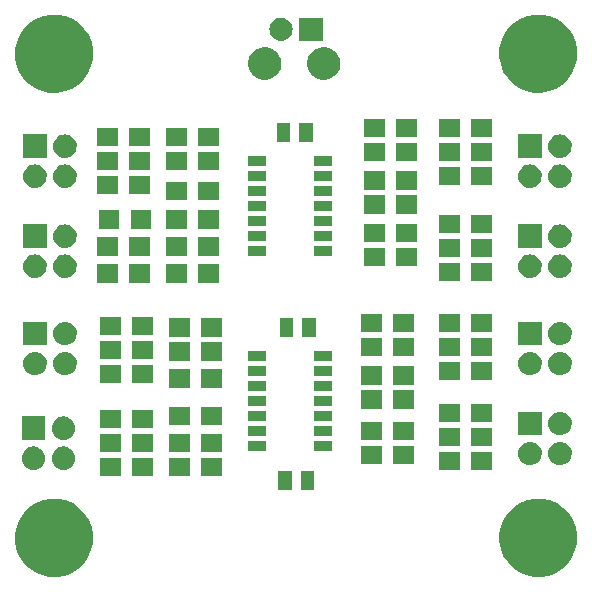
<source format=gts>
G04 #@! TF.FileFunction,Soldermask,Top*
%FSLAX46Y46*%
G04 Gerber Fmt 4.6, Leading zero omitted, Abs format (unit mm)*
G04 Created by KiCad (PCBNEW (after 2015-mar-04 BZR unknown)-product) date 12/20/2018 11:45:41 AM*
%MOMM*%
G01*
G04 APERTURE LIST*
%ADD10C,0.150000*%
G04 APERTURE END LIST*
D10*
G36*
X33248600Y-61696600D02*
X31267400Y-61696600D01*
X31267400Y-59715400D01*
X33248600Y-59715400D01*
X33248600Y-61696600D01*
X33248600Y-61696600D01*
G37*
G36*
X33253371Y-63252916D02*
X33233169Y-63445127D01*
X33233165Y-63445139D01*
X33233160Y-63445188D01*
X33175991Y-63629873D01*
X33084038Y-63799936D01*
X32960804Y-63948901D01*
X32810983Y-64071092D01*
X32640281Y-64161855D01*
X32455202Y-64217734D01*
X32262793Y-64236600D01*
X32259994Y-64236600D01*
X32253207Y-64236600D01*
X32253058Y-64236600D01*
X32241955Y-64236522D01*
X32241946Y-64236521D01*
X32239376Y-64236503D01*
X32047250Y-64214953D01*
X31862968Y-64156495D01*
X31693551Y-64063357D01*
X31545450Y-63939087D01*
X31424308Y-63788416D01*
X31334739Y-63617085D01*
X31280153Y-63431620D01*
X31280149Y-63431577D01*
X31280146Y-63431567D01*
X31262629Y-63239084D01*
X31282831Y-63046873D01*
X31282834Y-63046860D01*
X31282840Y-63046812D01*
X31340009Y-62862127D01*
X31431962Y-62692064D01*
X31555196Y-62543099D01*
X31705017Y-62420908D01*
X31875719Y-62330145D01*
X32060798Y-62274266D01*
X32253207Y-62255400D01*
X32256006Y-62255400D01*
X32262793Y-62255400D01*
X32262942Y-62255400D01*
X32274045Y-62255478D01*
X32274053Y-62255478D01*
X32276624Y-62255497D01*
X32468750Y-62277047D01*
X32653032Y-62335505D01*
X32822449Y-62428643D01*
X32970550Y-62552913D01*
X33091692Y-62703584D01*
X33181261Y-62874915D01*
X33235847Y-63060380D01*
X33235850Y-63060422D01*
X33235854Y-63060433D01*
X33253371Y-63252916D01*
X33253371Y-63252916D01*
G37*
G36*
X33375600Y-37820600D02*
X31394400Y-37820600D01*
X31394400Y-35839400D01*
X33375600Y-35839400D01*
X33375600Y-37820600D01*
X33375600Y-37820600D01*
G37*
G36*
X33375600Y-45440600D02*
X31394400Y-45440600D01*
X31394400Y-43459400D01*
X33375600Y-43459400D01*
X33375600Y-45440600D01*
X33375600Y-45440600D01*
G37*
G36*
X33375600Y-53695600D02*
X31394400Y-53695600D01*
X31394400Y-51714400D01*
X33375600Y-51714400D01*
X33375600Y-53695600D01*
X33375600Y-53695600D01*
G37*
G36*
X33380371Y-39376916D02*
X33360169Y-39569127D01*
X33360165Y-39569139D01*
X33360160Y-39569188D01*
X33302991Y-39753873D01*
X33211038Y-39923936D01*
X33087804Y-40072901D01*
X32937983Y-40195092D01*
X32767281Y-40285855D01*
X32582202Y-40341734D01*
X32389793Y-40360600D01*
X32386994Y-40360600D01*
X32380207Y-40360600D01*
X32380058Y-40360600D01*
X32368955Y-40360522D01*
X32368946Y-40360521D01*
X32366376Y-40360503D01*
X32174250Y-40338953D01*
X31989968Y-40280495D01*
X31820551Y-40187357D01*
X31672450Y-40063087D01*
X31551308Y-39912416D01*
X31461739Y-39741085D01*
X31407153Y-39555620D01*
X31407149Y-39555577D01*
X31407146Y-39555567D01*
X31389629Y-39363084D01*
X31409831Y-39170873D01*
X31409834Y-39170860D01*
X31409840Y-39170812D01*
X31467009Y-38986127D01*
X31558962Y-38816064D01*
X31682196Y-38667099D01*
X31832017Y-38544908D01*
X32002719Y-38454145D01*
X32187798Y-38398266D01*
X32380207Y-38379400D01*
X32383006Y-38379400D01*
X32389793Y-38379400D01*
X32389942Y-38379400D01*
X32401045Y-38379478D01*
X32401053Y-38379478D01*
X32403624Y-38379497D01*
X32595750Y-38401047D01*
X32780032Y-38459505D01*
X32949449Y-38552643D01*
X33097550Y-38676913D01*
X33218692Y-38827584D01*
X33308261Y-38998915D01*
X33362847Y-39184380D01*
X33362850Y-39184422D01*
X33362854Y-39184433D01*
X33380371Y-39376916D01*
X33380371Y-39376916D01*
G37*
G36*
X33380371Y-46996916D02*
X33360169Y-47189127D01*
X33360165Y-47189139D01*
X33360160Y-47189188D01*
X33302991Y-47373873D01*
X33211038Y-47543936D01*
X33087804Y-47692901D01*
X32937983Y-47815092D01*
X32767281Y-47905855D01*
X32582202Y-47961734D01*
X32389793Y-47980600D01*
X32386994Y-47980600D01*
X32380207Y-47980600D01*
X32380058Y-47980600D01*
X32368955Y-47980522D01*
X32368946Y-47980521D01*
X32366376Y-47980503D01*
X32174250Y-47958953D01*
X31989968Y-47900495D01*
X31820551Y-47807357D01*
X31672450Y-47683087D01*
X31551308Y-47532416D01*
X31461739Y-47361085D01*
X31407153Y-47175620D01*
X31407149Y-47175577D01*
X31407146Y-47175567D01*
X31389629Y-46983084D01*
X31409831Y-46790873D01*
X31409834Y-46790860D01*
X31409840Y-46790812D01*
X31467009Y-46606127D01*
X31558962Y-46436064D01*
X31682196Y-46287099D01*
X31832017Y-46164908D01*
X32002719Y-46074145D01*
X32187798Y-46018266D01*
X32380207Y-45999400D01*
X32383006Y-45999400D01*
X32389793Y-45999400D01*
X32389942Y-45999400D01*
X32401045Y-45999478D01*
X32401053Y-45999478D01*
X32403624Y-45999497D01*
X32595750Y-46021047D01*
X32780032Y-46079505D01*
X32949449Y-46172643D01*
X33097550Y-46296913D01*
X33218692Y-46447584D01*
X33308261Y-46618915D01*
X33362847Y-46804380D01*
X33362850Y-46804422D01*
X33362854Y-46804433D01*
X33380371Y-46996916D01*
X33380371Y-46996916D01*
G37*
G36*
X33380371Y-55251916D02*
X33360169Y-55444127D01*
X33360165Y-55444139D01*
X33360160Y-55444188D01*
X33302991Y-55628873D01*
X33211038Y-55798936D01*
X33087804Y-55947901D01*
X32937983Y-56070092D01*
X32767281Y-56160855D01*
X32582202Y-56216734D01*
X32389793Y-56235600D01*
X32386994Y-56235600D01*
X32380207Y-56235600D01*
X32380058Y-56235600D01*
X32368955Y-56235522D01*
X32368946Y-56235521D01*
X32366376Y-56235503D01*
X32174250Y-56213953D01*
X31989968Y-56155495D01*
X31820551Y-56062357D01*
X31672450Y-55938087D01*
X31551308Y-55787416D01*
X31461739Y-55616085D01*
X31407153Y-55430620D01*
X31407149Y-55430577D01*
X31407146Y-55430567D01*
X31389629Y-55238084D01*
X31409831Y-55045873D01*
X31409834Y-55045860D01*
X31409840Y-55045812D01*
X31467009Y-54861127D01*
X31558962Y-54691064D01*
X31682196Y-54542099D01*
X31832017Y-54419908D01*
X32002719Y-54329145D01*
X32187798Y-54273266D01*
X32380207Y-54254400D01*
X32383006Y-54254400D01*
X32389793Y-54254400D01*
X32389942Y-54254400D01*
X32401045Y-54254478D01*
X32401053Y-54254478D01*
X32403624Y-54254497D01*
X32595750Y-54276047D01*
X32780032Y-54334505D01*
X32949449Y-54427643D01*
X33097550Y-54551913D01*
X33218692Y-54702584D01*
X33308261Y-54873915D01*
X33362847Y-55059380D01*
X33362850Y-55059422D01*
X33362854Y-55059433D01*
X33380371Y-55251916D01*
X33380371Y-55251916D01*
G37*
G36*
X35793371Y-60712916D02*
X35773169Y-60905127D01*
X35773165Y-60905139D01*
X35773160Y-60905188D01*
X35715991Y-61089873D01*
X35624038Y-61259936D01*
X35500804Y-61408901D01*
X35350983Y-61531092D01*
X35180281Y-61621855D01*
X34995202Y-61677734D01*
X34802793Y-61696600D01*
X34799994Y-61696600D01*
X34793207Y-61696600D01*
X34793058Y-61696600D01*
X34781955Y-61696522D01*
X34781946Y-61696521D01*
X34779376Y-61696503D01*
X34587250Y-61674953D01*
X34402968Y-61616495D01*
X34233551Y-61523357D01*
X34085450Y-61399087D01*
X33964308Y-61248416D01*
X33874739Y-61077085D01*
X33820153Y-60891620D01*
X33820149Y-60891577D01*
X33820146Y-60891567D01*
X33802629Y-60699084D01*
X33822831Y-60506873D01*
X33822834Y-60506860D01*
X33822840Y-60506812D01*
X33880009Y-60322127D01*
X33971962Y-60152064D01*
X34095196Y-60003099D01*
X34245017Y-59880908D01*
X34415719Y-59790145D01*
X34600798Y-59734266D01*
X34793207Y-59715400D01*
X34796006Y-59715400D01*
X34802793Y-59715400D01*
X34802942Y-59715400D01*
X34814045Y-59715478D01*
X34814053Y-59715478D01*
X34816624Y-59715497D01*
X35008750Y-59737047D01*
X35193032Y-59795505D01*
X35362449Y-59888643D01*
X35510550Y-60012913D01*
X35631692Y-60163584D01*
X35721261Y-60334915D01*
X35775847Y-60520380D01*
X35775850Y-60520422D01*
X35775854Y-60520433D01*
X35793371Y-60712916D01*
X35793371Y-60712916D01*
G37*
G36*
X35793371Y-63252916D02*
X35773169Y-63445127D01*
X35773165Y-63445139D01*
X35773160Y-63445188D01*
X35715991Y-63629873D01*
X35624038Y-63799936D01*
X35500804Y-63948901D01*
X35350983Y-64071092D01*
X35180281Y-64161855D01*
X34995202Y-64217734D01*
X34802793Y-64236600D01*
X34799994Y-64236600D01*
X34793207Y-64236600D01*
X34793058Y-64236600D01*
X34781955Y-64236522D01*
X34781946Y-64236521D01*
X34779376Y-64236503D01*
X34587250Y-64214953D01*
X34402968Y-64156495D01*
X34233551Y-64063357D01*
X34085450Y-63939087D01*
X33964308Y-63788416D01*
X33874739Y-63617085D01*
X33820153Y-63431620D01*
X33820149Y-63431577D01*
X33820146Y-63431567D01*
X33802629Y-63239084D01*
X33822831Y-63046873D01*
X33822834Y-63046860D01*
X33822840Y-63046812D01*
X33880009Y-62862127D01*
X33971962Y-62692064D01*
X34095196Y-62543099D01*
X34245017Y-62420908D01*
X34415719Y-62330145D01*
X34600798Y-62274266D01*
X34793207Y-62255400D01*
X34796006Y-62255400D01*
X34802793Y-62255400D01*
X34802942Y-62255400D01*
X34814045Y-62255478D01*
X34814053Y-62255478D01*
X34816624Y-62255497D01*
X35008750Y-62277047D01*
X35193032Y-62335505D01*
X35362449Y-62428643D01*
X35510550Y-62552913D01*
X35631692Y-62703584D01*
X35721261Y-62874915D01*
X35775847Y-63060380D01*
X35775850Y-63060422D01*
X35775854Y-63060433D01*
X35793371Y-63252916D01*
X35793371Y-63252916D01*
G37*
G36*
X35920371Y-36836916D02*
X35900169Y-37029127D01*
X35900165Y-37029139D01*
X35900160Y-37029188D01*
X35842991Y-37213873D01*
X35751038Y-37383936D01*
X35627804Y-37532901D01*
X35477983Y-37655092D01*
X35307281Y-37745855D01*
X35122202Y-37801734D01*
X34929793Y-37820600D01*
X34926994Y-37820600D01*
X34920207Y-37820600D01*
X34920058Y-37820600D01*
X34908955Y-37820522D01*
X34908946Y-37820521D01*
X34906376Y-37820503D01*
X34714250Y-37798953D01*
X34529968Y-37740495D01*
X34360551Y-37647357D01*
X34212450Y-37523087D01*
X34091308Y-37372416D01*
X34001739Y-37201085D01*
X33947153Y-37015620D01*
X33947149Y-37015577D01*
X33947146Y-37015567D01*
X33929629Y-36823084D01*
X33949831Y-36630873D01*
X33949834Y-36630860D01*
X33949840Y-36630812D01*
X34007009Y-36446127D01*
X34098962Y-36276064D01*
X34222196Y-36127099D01*
X34372017Y-36004908D01*
X34542719Y-35914145D01*
X34727798Y-35858266D01*
X34920207Y-35839400D01*
X34923006Y-35839400D01*
X34929793Y-35839400D01*
X34929942Y-35839400D01*
X34941045Y-35839478D01*
X34941053Y-35839478D01*
X34943624Y-35839497D01*
X35135750Y-35861047D01*
X35320032Y-35919505D01*
X35489449Y-36012643D01*
X35637550Y-36136913D01*
X35758692Y-36287584D01*
X35848261Y-36458915D01*
X35902847Y-36644380D01*
X35902850Y-36644422D01*
X35902854Y-36644433D01*
X35920371Y-36836916D01*
X35920371Y-36836916D01*
G37*
G36*
X35920371Y-39376916D02*
X35900169Y-39569127D01*
X35900165Y-39569139D01*
X35900160Y-39569188D01*
X35842991Y-39753873D01*
X35751038Y-39923936D01*
X35627804Y-40072901D01*
X35477983Y-40195092D01*
X35307281Y-40285855D01*
X35122202Y-40341734D01*
X34929793Y-40360600D01*
X34926994Y-40360600D01*
X34920207Y-40360600D01*
X34920058Y-40360600D01*
X34908955Y-40360522D01*
X34908946Y-40360521D01*
X34906376Y-40360503D01*
X34714250Y-40338953D01*
X34529968Y-40280495D01*
X34360551Y-40187357D01*
X34212450Y-40063087D01*
X34091308Y-39912416D01*
X34001739Y-39741085D01*
X33947153Y-39555620D01*
X33947149Y-39555577D01*
X33947146Y-39555567D01*
X33929629Y-39363084D01*
X33949831Y-39170873D01*
X33949834Y-39170860D01*
X33949840Y-39170812D01*
X34007009Y-38986127D01*
X34098962Y-38816064D01*
X34222196Y-38667099D01*
X34372017Y-38544908D01*
X34542719Y-38454145D01*
X34727798Y-38398266D01*
X34920207Y-38379400D01*
X34923006Y-38379400D01*
X34929793Y-38379400D01*
X34929942Y-38379400D01*
X34941045Y-38379478D01*
X34941053Y-38379478D01*
X34943624Y-38379497D01*
X35135750Y-38401047D01*
X35320032Y-38459505D01*
X35489449Y-38552643D01*
X35637550Y-38676913D01*
X35758692Y-38827584D01*
X35848261Y-38998915D01*
X35902847Y-39184380D01*
X35902850Y-39184422D01*
X35902854Y-39184433D01*
X35920371Y-39376916D01*
X35920371Y-39376916D01*
G37*
G36*
X35920371Y-44456916D02*
X35900169Y-44649127D01*
X35900165Y-44649139D01*
X35900160Y-44649188D01*
X35842991Y-44833873D01*
X35751038Y-45003936D01*
X35627804Y-45152901D01*
X35477983Y-45275092D01*
X35307281Y-45365855D01*
X35122202Y-45421734D01*
X34929793Y-45440600D01*
X34926994Y-45440600D01*
X34920207Y-45440600D01*
X34920058Y-45440600D01*
X34908955Y-45440522D01*
X34908946Y-45440521D01*
X34906376Y-45440503D01*
X34714250Y-45418953D01*
X34529968Y-45360495D01*
X34360551Y-45267357D01*
X34212450Y-45143087D01*
X34091308Y-44992416D01*
X34001739Y-44821085D01*
X33947153Y-44635620D01*
X33947149Y-44635577D01*
X33947146Y-44635567D01*
X33929629Y-44443084D01*
X33949831Y-44250873D01*
X33949834Y-44250860D01*
X33949840Y-44250812D01*
X34007009Y-44066127D01*
X34098962Y-43896064D01*
X34222196Y-43747099D01*
X34372017Y-43624908D01*
X34542719Y-43534145D01*
X34727798Y-43478266D01*
X34920207Y-43459400D01*
X34923006Y-43459400D01*
X34929793Y-43459400D01*
X34929942Y-43459400D01*
X34941045Y-43459478D01*
X34941053Y-43459478D01*
X34943624Y-43459497D01*
X35135750Y-43481047D01*
X35320032Y-43539505D01*
X35489449Y-43632643D01*
X35637550Y-43756913D01*
X35758692Y-43907584D01*
X35848261Y-44078915D01*
X35902847Y-44264380D01*
X35902850Y-44264422D01*
X35902854Y-44264433D01*
X35920371Y-44456916D01*
X35920371Y-44456916D01*
G37*
G36*
X35920371Y-46996916D02*
X35900169Y-47189127D01*
X35900165Y-47189139D01*
X35900160Y-47189188D01*
X35842991Y-47373873D01*
X35751038Y-47543936D01*
X35627804Y-47692901D01*
X35477983Y-47815092D01*
X35307281Y-47905855D01*
X35122202Y-47961734D01*
X34929793Y-47980600D01*
X34926994Y-47980600D01*
X34920207Y-47980600D01*
X34920058Y-47980600D01*
X34908955Y-47980522D01*
X34908946Y-47980521D01*
X34906376Y-47980503D01*
X34714250Y-47958953D01*
X34529968Y-47900495D01*
X34360551Y-47807357D01*
X34212450Y-47683087D01*
X34091308Y-47532416D01*
X34001739Y-47361085D01*
X33947153Y-47175620D01*
X33947149Y-47175577D01*
X33947146Y-47175567D01*
X33929629Y-46983084D01*
X33949831Y-46790873D01*
X33949834Y-46790860D01*
X33949840Y-46790812D01*
X34007009Y-46606127D01*
X34098962Y-46436064D01*
X34222196Y-46287099D01*
X34372017Y-46164908D01*
X34542719Y-46074145D01*
X34727798Y-46018266D01*
X34920207Y-45999400D01*
X34923006Y-45999400D01*
X34929793Y-45999400D01*
X34929942Y-45999400D01*
X34941045Y-45999478D01*
X34941053Y-45999478D01*
X34943624Y-45999497D01*
X35135750Y-46021047D01*
X35320032Y-46079505D01*
X35489449Y-46172643D01*
X35637550Y-46296913D01*
X35758692Y-46447584D01*
X35848261Y-46618915D01*
X35902847Y-46804380D01*
X35902850Y-46804422D01*
X35902854Y-46804433D01*
X35920371Y-46996916D01*
X35920371Y-46996916D01*
G37*
G36*
X35920371Y-52711916D02*
X35900169Y-52904127D01*
X35900165Y-52904139D01*
X35900160Y-52904188D01*
X35842991Y-53088873D01*
X35751038Y-53258936D01*
X35627804Y-53407901D01*
X35477983Y-53530092D01*
X35307281Y-53620855D01*
X35122202Y-53676734D01*
X34929793Y-53695600D01*
X34926994Y-53695600D01*
X34920207Y-53695600D01*
X34920058Y-53695600D01*
X34908955Y-53695522D01*
X34908946Y-53695521D01*
X34906376Y-53695503D01*
X34714250Y-53673953D01*
X34529968Y-53615495D01*
X34360551Y-53522357D01*
X34212450Y-53398087D01*
X34091308Y-53247416D01*
X34001739Y-53076085D01*
X33947153Y-52890620D01*
X33947149Y-52890577D01*
X33947146Y-52890567D01*
X33929629Y-52698084D01*
X33949831Y-52505873D01*
X33949834Y-52505860D01*
X33949840Y-52505812D01*
X34007009Y-52321127D01*
X34098962Y-52151064D01*
X34222196Y-52002099D01*
X34372017Y-51879908D01*
X34542719Y-51789145D01*
X34727798Y-51733266D01*
X34920207Y-51714400D01*
X34923006Y-51714400D01*
X34929793Y-51714400D01*
X34929942Y-51714400D01*
X34941045Y-51714478D01*
X34941053Y-51714478D01*
X34943624Y-51714497D01*
X35135750Y-51736047D01*
X35320032Y-51794505D01*
X35489449Y-51887643D01*
X35637550Y-52011913D01*
X35758692Y-52162584D01*
X35848261Y-52333915D01*
X35902847Y-52519380D01*
X35902850Y-52519422D01*
X35902854Y-52519433D01*
X35920371Y-52711916D01*
X35920371Y-52711916D01*
G37*
G36*
X35920371Y-55251916D02*
X35900169Y-55444127D01*
X35900165Y-55444139D01*
X35900160Y-55444188D01*
X35842991Y-55628873D01*
X35751038Y-55798936D01*
X35627804Y-55947901D01*
X35477983Y-56070092D01*
X35307281Y-56160855D01*
X35122202Y-56216734D01*
X34929793Y-56235600D01*
X34926994Y-56235600D01*
X34920207Y-56235600D01*
X34920058Y-56235600D01*
X34908955Y-56235522D01*
X34908946Y-56235521D01*
X34906376Y-56235503D01*
X34714250Y-56213953D01*
X34529968Y-56155495D01*
X34360551Y-56062357D01*
X34212450Y-55938087D01*
X34091308Y-55787416D01*
X34001739Y-55616085D01*
X33947153Y-55430620D01*
X33947149Y-55430577D01*
X33947146Y-55430567D01*
X33929629Y-55238084D01*
X33949831Y-55045873D01*
X33949834Y-55045860D01*
X33949840Y-55045812D01*
X34007009Y-54861127D01*
X34098962Y-54691064D01*
X34222196Y-54542099D01*
X34372017Y-54419908D01*
X34542719Y-54329145D01*
X34727798Y-54273266D01*
X34920207Y-54254400D01*
X34923006Y-54254400D01*
X34929793Y-54254400D01*
X34929942Y-54254400D01*
X34941045Y-54254478D01*
X34941053Y-54254478D01*
X34943624Y-54254497D01*
X35135750Y-54276047D01*
X35320032Y-54334505D01*
X35489449Y-54427643D01*
X35637550Y-54551913D01*
X35758692Y-54702584D01*
X35848261Y-54873915D01*
X35902847Y-55059380D01*
X35902850Y-55059422D01*
X35902854Y-55059433D01*
X35920371Y-55251916D01*
X35920371Y-55251916D01*
G37*
G36*
X37302142Y-28676222D02*
X37291814Y-29415853D01*
X37291717Y-29416279D01*
X37291717Y-29416291D01*
X37148352Y-30047317D01*
X36884966Y-30638889D01*
X36511695Y-31168035D01*
X36042752Y-31614603D01*
X35496003Y-31961580D01*
X34892268Y-32195755D01*
X34254553Y-32308201D01*
X33607140Y-32294639D01*
X32974685Y-32155585D01*
X32381291Y-31896338D01*
X31849552Y-31526769D01*
X31399720Y-31060955D01*
X31048936Y-30516643D01*
X30810554Y-29914559D01*
X30693657Y-29277641D01*
X30702699Y-28630145D01*
X30837332Y-27996744D01*
X31092432Y-27401552D01*
X31458279Y-26867245D01*
X31920941Y-26414172D01*
X32462794Y-26059594D01*
X33063198Y-25817015D01*
X33699284Y-25695675D01*
X34346822Y-25700197D01*
X34981155Y-25830406D01*
X35578108Y-26081343D01*
X36114960Y-26443454D01*
X36571249Y-26902939D01*
X36929601Y-27442303D01*
X37176366Y-28040998D01*
X37302057Y-28675784D01*
X37302056Y-28675792D01*
X37302142Y-28676222D01*
X37302142Y-28676222D01*
G37*
G36*
X37302142Y-69676222D02*
X37291814Y-70415853D01*
X37291717Y-70416279D01*
X37291717Y-70416291D01*
X37148352Y-71047317D01*
X36884966Y-71638889D01*
X36511695Y-72168035D01*
X36042752Y-72614603D01*
X35496003Y-72961580D01*
X34892268Y-73195755D01*
X34254553Y-73308201D01*
X33607140Y-73294639D01*
X32974685Y-73155585D01*
X32381291Y-72896338D01*
X31849552Y-72526769D01*
X31399720Y-72060955D01*
X31048936Y-71516643D01*
X30810554Y-70914559D01*
X30693657Y-70277641D01*
X30702699Y-69630145D01*
X30837332Y-68996744D01*
X31092432Y-68401552D01*
X31458279Y-67867245D01*
X31920941Y-67414172D01*
X32462794Y-67059594D01*
X33063198Y-66817015D01*
X33699284Y-66695675D01*
X34346822Y-66700197D01*
X34981155Y-66830406D01*
X35578108Y-67081343D01*
X36114960Y-67443454D01*
X36571249Y-67902939D01*
X36929601Y-68442303D01*
X37176366Y-69040998D01*
X37302057Y-69675784D01*
X37302056Y-69675792D01*
X37302142Y-69676222D01*
X37302142Y-69676222D01*
G37*
G36*
X39405000Y-36845000D02*
X37651000Y-36845000D01*
X37651000Y-35291000D01*
X39405000Y-35291000D01*
X39405000Y-36845000D01*
X39405000Y-36845000D01*
G37*
G36*
X39405000Y-38877000D02*
X37651000Y-38877000D01*
X37651000Y-37323000D01*
X39405000Y-37323000D01*
X39405000Y-38877000D01*
X39405000Y-38877000D01*
G37*
G36*
X39405000Y-40909000D02*
X37651000Y-40909000D01*
X37651000Y-39355000D01*
X39405000Y-39355000D01*
X39405000Y-40909000D01*
X39405000Y-40909000D01*
G37*
G36*
X39405000Y-46116000D02*
X37651000Y-46116000D01*
X37651000Y-44562000D01*
X39405000Y-44562000D01*
X39405000Y-46116000D01*
X39405000Y-46116000D01*
G37*
G36*
X39405000Y-48402000D02*
X37651000Y-48402000D01*
X37651000Y-46848000D01*
X39405000Y-46848000D01*
X39405000Y-48402000D01*
X39405000Y-48402000D01*
G37*
G36*
X39532000Y-43830000D02*
X37778000Y-43830000D01*
X37778000Y-42276000D01*
X39532000Y-42276000D01*
X39532000Y-43830000D01*
X39532000Y-43830000D01*
G37*
G36*
X39659000Y-52847000D02*
X37905000Y-52847000D01*
X37905000Y-51293000D01*
X39659000Y-51293000D01*
X39659000Y-52847000D01*
X39659000Y-52847000D01*
G37*
G36*
X39659000Y-54879000D02*
X37905000Y-54879000D01*
X37905000Y-53325000D01*
X39659000Y-53325000D01*
X39659000Y-54879000D01*
X39659000Y-54879000D01*
G37*
G36*
X39659000Y-56911000D02*
X37905000Y-56911000D01*
X37905000Y-55357000D01*
X39659000Y-55357000D01*
X39659000Y-56911000D01*
X39659000Y-56911000D01*
G37*
G36*
X39659000Y-60721000D02*
X37905000Y-60721000D01*
X37905000Y-59167000D01*
X39659000Y-59167000D01*
X39659000Y-60721000D01*
X39659000Y-60721000D01*
G37*
G36*
X39659000Y-62753000D02*
X37905000Y-62753000D01*
X37905000Y-61199000D01*
X39659000Y-61199000D01*
X39659000Y-62753000D01*
X39659000Y-62753000D01*
G37*
G36*
X39659000Y-64785000D02*
X37905000Y-64785000D01*
X37905000Y-63231000D01*
X39659000Y-63231000D01*
X39659000Y-64785000D01*
X39659000Y-64785000D01*
G37*
G36*
X42105000Y-36845000D02*
X40351000Y-36845000D01*
X40351000Y-35291000D01*
X42105000Y-35291000D01*
X42105000Y-36845000D01*
X42105000Y-36845000D01*
G37*
G36*
X42105000Y-38877000D02*
X40351000Y-38877000D01*
X40351000Y-37323000D01*
X42105000Y-37323000D01*
X42105000Y-38877000D01*
X42105000Y-38877000D01*
G37*
G36*
X42105000Y-40909000D02*
X40351000Y-40909000D01*
X40351000Y-39355000D01*
X42105000Y-39355000D01*
X42105000Y-40909000D01*
X42105000Y-40909000D01*
G37*
G36*
X42105000Y-46116000D02*
X40351000Y-46116000D01*
X40351000Y-44562000D01*
X42105000Y-44562000D01*
X42105000Y-46116000D01*
X42105000Y-46116000D01*
G37*
G36*
X42105000Y-48402000D02*
X40351000Y-48402000D01*
X40351000Y-46848000D01*
X42105000Y-46848000D01*
X42105000Y-48402000D01*
X42105000Y-48402000D01*
G37*
G36*
X42232000Y-43830000D02*
X40478000Y-43830000D01*
X40478000Y-42276000D01*
X42232000Y-42276000D01*
X42232000Y-43830000D01*
X42232000Y-43830000D01*
G37*
G36*
X42359000Y-52847000D02*
X40605000Y-52847000D01*
X40605000Y-51293000D01*
X42359000Y-51293000D01*
X42359000Y-52847000D01*
X42359000Y-52847000D01*
G37*
G36*
X42359000Y-54879000D02*
X40605000Y-54879000D01*
X40605000Y-53325000D01*
X42359000Y-53325000D01*
X42359000Y-54879000D01*
X42359000Y-54879000D01*
G37*
G36*
X42359000Y-56911000D02*
X40605000Y-56911000D01*
X40605000Y-55357000D01*
X42359000Y-55357000D01*
X42359000Y-56911000D01*
X42359000Y-56911000D01*
G37*
G36*
X42359000Y-60721000D02*
X40605000Y-60721000D01*
X40605000Y-59167000D01*
X42359000Y-59167000D01*
X42359000Y-60721000D01*
X42359000Y-60721000D01*
G37*
G36*
X42359000Y-62753000D02*
X40605000Y-62753000D01*
X40605000Y-61199000D01*
X42359000Y-61199000D01*
X42359000Y-62753000D01*
X42359000Y-62753000D01*
G37*
G36*
X42359000Y-64785000D02*
X40605000Y-64785000D01*
X40605000Y-63231000D01*
X42359000Y-63231000D01*
X42359000Y-64785000D01*
X42359000Y-64785000D01*
G37*
G36*
X45247000Y-36845000D02*
X43493000Y-36845000D01*
X43493000Y-35291000D01*
X45247000Y-35291000D01*
X45247000Y-36845000D01*
X45247000Y-36845000D01*
G37*
G36*
X45247000Y-38877000D02*
X43493000Y-38877000D01*
X43493000Y-37323000D01*
X45247000Y-37323000D01*
X45247000Y-38877000D01*
X45247000Y-38877000D01*
G37*
G36*
X45247000Y-41417000D02*
X43493000Y-41417000D01*
X43493000Y-39863000D01*
X45247000Y-39863000D01*
X45247000Y-41417000D01*
X45247000Y-41417000D01*
G37*
G36*
X45247000Y-43830000D02*
X43493000Y-43830000D01*
X43493000Y-42276000D01*
X45247000Y-42276000D01*
X45247000Y-43830000D01*
X45247000Y-43830000D01*
G37*
G36*
X45247000Y-46116000D02*
X43493000Y-46116000D01*
X43493000Y-44562000D01*
X45247000Y-44562000D01*
X45247000Y-46116000D01*
X45247000Y-46116000D01*
G37*
G36*
X45247000Y-48402000D02*
X43493000Y-48402000D01*
X43493000Y-46848000D01*
X45247000Y-46848000D01*
X45247000Y-48402000D01*
X45247000Y-48402000D01*
G37*
G36*
X45501000Y-52974000D02*
X43747000Y-52974000D01*
X43747000Y-51420000D01*
X45501000Y-51420000D01*
X45501000Y-52974000D01*
X45501000Y-52974000D01*
G37*
G36*
X45501000Y-55006000D02*
X43747000Y-55006000D01*
X43747000Y-53452000D01*
X45501000Y-53452000D01*
X45501000Y-55006000D01*
X45501000Y-55006000D01*
G37*
G36*
X45501000Y-57292000D02*
X43747000Y-57292000D01*
X43747000Y-55738000D01*
X45501000Y-55738000D01*
X45501000Y-57292000D01*
X45501000Y-57292000D01*
G37*
G36*
X45501000Y-60467000D02*
X43747000Y-60467000D01*
X43747000Y-58913000D01*
X45501000Y-58913000D01*
X45501000Y-60467000D01*
X45501000Y-60467000D01*
G37*
G36*
X45501000Y-62753000D02*
X43747000Y-62753000D01*
X43747000Y-61199000D01*
X45501000Y-61199000D01*
X45501000Y-62753000D01*
X45501000Y-62753000D01*
G37*
G36*
X45501000Y-64785000D02*
X43747000Y-64785000D01*
X43747000Y-63231000D01*
X45501000Y-63231000D01*
X45501000Y-64785000D01*
X45501000Y-64785000D01*
G37*
G36*
X47947000Y-36845000D02*
X46193000Y-36845000D01*
X46193000Y-35291000D01*
X47947000Y-35291000D01*
X47947000Y-36845000D01*
X47947000Y-36845000D01*
G37*
G36*
X47947000Y-38877000D02*
X46193000Y-38877000D01*
X46193000Y-37323000D01*
X47947000Y-37323000D01*
X47947000Y-38877000D01*
X47947000Y-38877000D01*
G37*
G36*
X47947000Y-41417000D02*
X46193000Y-41417000D01*
X46193000Y-39863000D01*
X47947000Y-39863000D01*
X47947000Y-41417000D01*
X47947000Y-41417000D01*
G37*
G36*
X47947000Y-43830000D02*
X46193000Y-43830000D01*
X46193000Y-42276000D01*
X47947000Y-42276000D01*
X47947000Y-43830000D01*
X47947000Y-43830000D01*
G37*
G36*
X47947000Y-46116000D02*
X46193000Y-46116000D01*
X46193000Y-44562000D01*
X47947000Y-44562000D01*
X47947000Y-46116000D01*
X47947000Y-46116000D01*
G37*
G36*
X47947000Y-48402000D02*
X46193000Y-48402000D01*
X46193000Y-46848000D01*
X47947000Y-46848000D01*
X47947000Y-48402000D01*
X47947000Y-48402000D01*
G37*
G36*
X48201000Y-52974000D02*
X46447000Y-52974000D01*
X46447000Y-51420000D01*
X48201000Y-51420000D01*
X48201000Y-52974000D01*
X48201000Y-52974000D01*
G37*
G36*
X48201000Y-55006000D02*
X46447000Y-55006000D01*
X46447000Y-53452000D01*
X48201000Y-53452000D01*
X48201000Y-55006000D01*
X48201000Y-55006000D01*
G37*
G36*
X48201000Y-57292000D02*
X46447000Y-57292000D01*
X46447000Y-55738000D01*
X48201000Y-55738000D01*
X48201000Y-57292000D01*
X48201000Y-57292000D01*
G37*
G36*
X48201000Y-60467000D02*
X46447000Y-60467000D01*
X46447000Y-58913000D01*
X48201000Y-58913000D01*
X48201000Y-60467000D01*
X48201000Y-60467000D01*
G37*
G36*
X48201000Y-62753000D02*
X46447000Y-62753000D01*
X46447000Y-61199000D01*
X48201000Y-61199000D01*
X48201000Y-62753000D01*
X48201000Y-62753000D01*
G37*
G36*
X48201000Y-64785000D02*
X46447000Y-64785000D01*
X46447000Y-63231000D01*
X48201000Y-63231000D01*
X48201000Y-64785000D01*
X48201000Y-64785000D01*
G37*
G36*
X51943000Y-38544500D02*
X50419000Y-38544500D01*
X50419000Y-37655500D01*
X51943000Y-37655500D01*
X51943000Y-38544500D01*
X51943000Y-38544500D01*
G37*
G36*
X51943000Y-39814500D02*
X50419000Y-39814500D01*
X50419000Y-38925500D01*
X51943000Y-38925500D01*
X51943000Y-39814500D01*
X51943000Y-39814500D01*
G37*
G36*
X51943000Y-41084500D02*
X50419000Y-41084500D01*
X50419000Y-40195500D01*
X51943000Y-40195500D01*
X51943000Y-41084500D01*
X51943000Y-41084500D01*
G37*
G36*
X51943000Y-42354500D02*
X50419000Y-42354500D01*
X50419000Y-41465500D01*
X51943000Y-41465500D01*
X51943000Y-42354500D01*
X51943000Y-42354500D01*
G37*
G36*
X51943000Y-43624500D02*
X50419000Y-43624500D01*
X50419000Y-42735500D01*
X51943000Y-42735500D01*
X51943000Y-43624500D01*
X51943000Y-43624500D01*
G37*
G36*
X51943000Y-44894500D02*
X50419000Y-44894500D01*
X50419000Y-44005500D01*
X51943000Y-44005500D01*
X51943000Y-44894500D01*
X51943000Y-44894500D01*
G37*
G36*
X51943000Y-46164500D02*
X50419000Y-46164500D01*
X50419000Y-45275500D01*
X51943000Y-45275500D01*
X51943000Y-46164500D01*
X51943000Y-46164500D01*
G37*
G36*
X51943000Y-55054500D02*
X50419000Y-55054500D01*
X50419000Y-54165500D01*
X51943000Y-54165500D01*
X51943000Y-55054500D01*
X51943000Y-55054500D01*
G37*
G36*
X51943000Y-56324500D02*
X50419000Y-56324500D01*
X50419000Y-55435500D01*
X51943000Y-55435500D01*
X51943000Y-56324500D01*
X51943000Y-56324500D01*
G37*
G36*
X51943000Y-57594500D02*
X50419000Y-57594500D01*
X50419000Y-56705500D01*
X51943000Y-56705500D01*
X51943000Y-57594500D01*
X51943000Y-57594500D01*
G37*
G36*
X51943000Y-58864500D02*
X50419000Y-58864500D01*
X50419000Y-57975500D01*
X51943000Y-57975500D01*
X51943000Y-58864500D01*
X51943000Y-58864500D01*
G37*
G36*
X51943000Y-60134500D02*
X50419000Y-60134500D01*
X50419000Y-59245500D01*
X51943000Y-59245500D01*
X51943000Y-60134500D01*
X51943000Y-60134500D01*
G37*
G36*
X51943000Y-61404500D02*
X50419000Y-61404500D01*
X50419000Y-60515500D01*
X51943000Y-60515500D01*
X51943000Y-61404500D01*
X51943000Y-61404500D01*
G37*
G36*
X51943000Y-62674500D02*
X50419000Y-62674500D01*
X50419000Y-61785500D01*
X51943000Y-61785500D01*
X51943000Y-62674500D01*
X51943000Y-62674500D01*
G37*
G36*
X53241059Y-29689017D02*
X53236690Y-30001938D01*
X53236594Y-30002359D01*
X53236594Y-30002376D01*
X53175997Y-30269096D01*
X53064564Y-30519377D01*
X52906642Y-30743247D01*
X52708242Y-30932180D01*
X52476922Y-31078980D01*
X52221501Y-31178052D01*
X51951696Y-31225626D01*
X51677791Y-31219887D01*
X51410211Y-31161056D01*
X51159163Y-31051377D01*
X50934193Y-30895017D01*
X50743879Y-30697943D01*
X50595472Y-30467659D01*
X50494617Y-30212929D01*
X50445161Y-29943464D01*
X50448986Y-29669521D01*
X50505946Y-29401546D01*
X50613873Y-29149733D01*
X50768654Y-28923680D01*
X50964397Y-28731994D01*
X51193643Y-28581980D01*
X51447661Y-28479350D01*
X51716775Y-28428014D01*
X51990731Y-28429927D01*
X52259106Y-28485017D01*
X52511660Y-28591181D01*
X52738792Y-28744383D01*
X52931840Y-28938784D01*
X53083447Y-29166969D01*
X53187849Y-29420267D01*
X53240976Y-29688579D01*
X53240975Y-29688596D01*
X53241059Y-29689017D01*
X53241059Y-29689017D01*
G37*
G36*
X54003000Y-36493500D02*
X52860000Y-36493500D01*
X52860000Y-34842500D01*
X54003000Y-34842500D01*
X54003000Y-36493500D01*
X54003000Y-36493500D01*
G37*
G36*
X54130000Y-65957500D02*
X52987000Y-65957500D01*
X52987000Y-64306500D01*
X54130000Y-64306500D01*
X54130000Y-65957500D01*
X54130000Y-65957500D01*
G37*
G36*
X54190000Y-26928882D02*
X54189924Y-26939791D01*
X54189922Y-26939801D01*
X54189905Y-26942368D01*
X54168650Y-27131857D01*
X54110995Y-27313608D01*
X54019136Y-27480700D01*
X53896571Y-27626767D01*
X53747969Y-27746246D01*
X53578991Y-27834586D01*
X53396072Y-27888422D01*
X53396031Y-27888425D01*
X53396017Y-27888430D01*
X53206179Y-27905707D01*
X53016607Y-27885782D01*
X53016588Y-27885776D01*
X53016547Y-27885772D01*
X52834397Y-27829387D01*
X52666669Y-27738697D01*
X52519749Y-27617155D01*
X52399236Y-27469391D01*
X52309719Y-27301033D01*
X52254607Y-27118494D01*
X52236000Y-26928727D01*
X52236000Y-26925929D01*
X52236000Y-26919273D01*
X52236000Y-26919118D01*
X52236076Y-26908209D01*
X52236077Y-26908198D01*
X52236095Y-26905632D01*
X52257350Y-26716143D01*
X52315005Y-26534392D01*
X52406864Y-26367300D01*
X52529429Y-26221233D01*
X52678031Y-26101754D01*
X52847009Y-26013414D01*
X53029928Y-25959578D01*
X53029968Y-25959574D01*
X53029983Y-25959570D01*
X53219821Y-25942293D01*
X53409393Y-25962218D01*
X53409411Y-25962223D01*
X53409453Y-25962228D01*
X53591603Y-26018613D01*
X53759331Y-26109303D01*
X53906251Y-26230845D01*
X54026764Y-26378609D01*
X54116281Y-26546967D01*
X54171393Y-26729506D01*
X54190000Y-26919273D01*
X54190000Y-26922071D01*
X54190000Y-26928727D01*
X54190000Y-26928882D01*
X54190000Y-26928882D01*
G37*
G36*
X54257000Y-53003500D02*
X53114000Y-53003500D01*
X53114000Y-51352500D01*
X54257000Y-51352500D01*
X54257000Y-53003500D01*
X54257000Y-53003500D01*
G37*
G36*
X55908000Y-36493500D02*
X54765000Y-36493500D01*
X54765000Y-34842500D01*
X55908000Y-34842500D01*
X55908000Y-36493500D01*
X55908000Y-36493500D01*
G37*
G36*
X56035000Y-65957500D02*
X54892000Y-65957500D01*
X54892000Y-64306500D01*
X56035000Y-64306500D01*
X56035000Y-65957500D01*
X56035000Y-65957500D01*
G37*
G36*
X56162000Y-53003500D02*
X55019000Y-53003500D01*
X55019000Y-51352500D01*
X56162000Y-51352500D01*
X56162000Y-53003500D01*
X56162000Y-53003500D01*
G37*
G36*
X56730000Y-27901000D02*
X54776000Y-27901000D01*
X54776000Y-25947000D01*
X56730000Y-25947000D01*
X56730000Y-27901000D01*
X56730000Y-27901000D01*
G37*
G36*
X57531000Y-38544500D02*
X56007000Y-38544500D01*
X56007000Y-37655500D01*
X57531000Y-37655500D01*
X57531000Y-38544500D01*
X57531000Y-38544500D01*
G37*
G36*
X57531000Y-39814500D02*
X56007000Y-39814500D01*
X56007000Y-38925500D01*
X57531000Y-38925500D01*
X57531000Y-39814500D01*
X57531000Y-39814500D01*
G37*
G36*
X57531000Y-41084500D02*
X56007000Y-41084500D01*
X56007000Y-40195500D01*
X57531000Y-40195500D01*
X57531000Y-41084500D01*
X57531000Y-41084500D01*
G37*
G36*
X57531000Y-42354500D02*
X56007000Y-42354500D01*
X56007000Y-41465500D01*
X57531000Y-41465500D01*
X57531000Y-42354500D01*
X57531000Y-42354500D01*
G37*
G36*
X57531000Y-43624500D02*
X56007000Y-43624500D01*
X56007000Y-42735500D01*
X57531000Y-42735500D01*
X57531000Y-43624500D01*
X57531000Y-43624500D01*
G37*
G36*
X57531000Y-44894500D02*
X56007000Y-44894500D01*
X56007000Y-44005500D01*
X57531000Y-44005500D01*
X57531000Y-44894500D01*
X57531000Y-44894500D01*
G37*
G36*
X57531000Y-46164500D02*
X56007000Y-46164500D01*
X56007000Y-45275500D01*
X57531000Y-45275500D01*
X57531000Y-46164500D01*
X57531000Y-46164500D01*
G37*
G36*
X57531000Y-55054500D02*
X56007000Y-55054500D01*
X56007000Y-54165500D01*
X57531000Y-54165500D01*
X57531000Y-55054500D01*
X57531000Y-55054500D01*
G37*
G36*
X57531000Y-56324500D02*
X56007000Y-56324500D01*
X56007000Y-55435500D01*
X57531000Y-55435500D01*
X57531000Y-56324500D01*
X57531000Y-56324500D01*
G37*
G36*
X57531000Y-57594500D02*
X56007000Y-57594500D01*
X56007000Y-56705500D01*
X57531000Y-56705500D01*
X57531000Y-57594500D01*
X57531000Y-57594500D01*
G37*
G36*
X57531000Y-58864500D02*
X56007000Y-58864500D01*
X56007000Y-57975500D01*
X57531000Y-57975500D01*
X57531000Y-58864500D01*
X57531000Y-58864500D01*
G37*
G36*
X57531000Y-60134500D02*
X56007000Y-60134500D01*
X56007000Y-59245500D01*
X57531000Y-59245500D01*
X57531000Y-60134500D01*
X57531000Y-60134500D01*
G37*
G36*
X57531000Y-61404500D02*
X56007000Y-61404500D01*
X56007000Y-60515500D01*
X57531000Y-60515500D01*
X57531000Y-61404500D01*
X57531000Y-61404500D01*
G37*
G36*
X57531000Y-62674500D02*
X56007000Y-62674500D01*
X56007000Y-61785500D01*
X57531000Y-61785500D01*
X57531000Y-62674500D01*
X57531000Y-62674500D01*
G37*
G36*
X58241059Y-29689017D02*
X58236690Y-30001938D01*
X58236594Y-30002359D01*
X58236594Y-30002376D01*
X58175997Y-30269096D01*
X58064564Y-30519377D01*
X57906642Y-30743247D01*
X57708242Y-30932180D01*
X57476922Y-31078980D01*
X57221501Y-31178052D01*
X56951696Y-31225626D01*
X56677791Y-31219887D01*
X56410211Y-31161056D01*
X56159163Y-31051377D01*
X55934193Y-30895017D01*
X55743879Y-30697943D01*
X55595472Y-30467659D01*
X55494617Y-30212929D01*
X55445161Y-29943464D01*
X55448986Y-29669521D01*
X55505946Y-29401546D01*
X55613873Y-29149733D01*
X55768654Y-28923680D01*
X55964397Y-28731994D01*
X56193643Y-28581980D01*
X56447661Y-28479350D01*
X56716775Y-28428014D01*
X56990731Y-28429927D01*
X57259106Y-28485017D01*
X57511660Y-28591181D01*
X57738792Y-28744383D01*
X57931840Y-28938784D01*
X58083447Y-29166969D01*
X58187849Y-29420267D01*
X58240976Y-29688579D01*
X58240975Y-29688596D01*
X58241059Y-29689017D01*
X58241059Y-29689017D01*
G37*
G36*
X61757000Y-52593000D02*
X60003000Y-52593000D01*
X60003000Y-51039000D01*
X61757000Y-51039000D01*
X61757000Y-52593000D01*
X61757000Y-52593000D01*
G37*
G36*
X61757000Y-54625000D02*
X60003000Y-54625000D01*
X60003000Y-53071000D01*
X61757000Y-53071000D01*
X61757000Y-54625000D01*
X61757000Y-54625000D01*
G37*
G36*
X61757000Y-57038000D02*
X60003000Y-57038000D01*
X60003000Y-55484000D01*
X61757000Y-55484000D01*
X61757000Y-57038000D01*
X61757000Y-57038000D01*
G37*
G36*
X61757000Y-59070000D02*
X60003000Y-59070000D01*
X60003000Y-57516000D01*
X61757000Y-57516000D01*
X61757000Y-59070000D01*
X61757000Y-59070000D01*
G37*
G36*
X61757000Y-61737000D02*
X60003000Y-61737000D01*
X60003000Y-60183000D01*
X61757000Y-60183000D01*
X61757000Y-61737000D01*
X61757000Y-61737000D01*
G37*
G36*
X61757000Y-63769000D02*
X60003000Y-63769000D01*
X60003000Y-62215000D01*
X61757000Y-62215000D01*
X61757000Y-63769000D01*
X61757000Y-63769000D01*
G37*
G36*
X62011000Y-36083000D02*
X60257000Y-36083000D01*
X60257000Y-34529000D01*
X62011000Y-34529000D01*
X62011000Y-36083000D01*
X62011000Y-36083000D01*
G37*
G36*
X62011000Y-38115000D02*
X60257000Y-38115000D01*
X60257000Y-36561000D01*
X62011000Y-36561000D01*
X62011000Y-38115000D01*
X62011000Y-38115000D01*
G37*
G36*
X62011000Y-40528000D02*
X60257000Y-40528000D01*
X60257000Y-38974000D01*
X62011000Y-38974000D01*
X62011000Y-40528000D01*
X62011000Y-40528000D01*
G37*
G36*
X62011000Y-42560000D02*
X60257000Y-42560000D01*
X60257000Y-41006000D01*
X62011000Y-41006000D01*
X62011000Y-42560000D01*
X62011000Y-42560000D01*
G37*
G36*
X62011000Y-44973000D02*
X60257000Y-44973000D01*
X60257000Y-43419000D01*
X62011000Y-43419000D01*
X62011000Y-44973000D01*
X62011000Y-44973000D01*
G37*
G36*
X62011000Y-47005000D02*
X60257000Y-47005000D01*
X60257000Y-45451000D01*
X62011000Y-45451000D01*
X62011000Y-47005000D01*
X62011000Y-47005000D01*
G37*
G36*
X64457000Y-52593000D02*
X62703000Y-52593000D01*
X62703000Y-51039000D01*
X64457000Y-51039000D01*
X64457000Y-52593000D01*
X64457000Y-52593000D01*
G37*
G36*
X64457000Y-54625000D02*
X62703000Y-54625000D01*
X62703000Y-53071000D01*
X64457000Y-53071000D01*
X64457000Y-54625000D01*
X64457000Y-54625000D01*
G37*
G36*
X64457000Y-57038000D02*
X62703000Y-57038000D01*
X62703000Y-55484000D01*
X64457000Y-55484000D01*
X64457000Y-57038000D01*
X64457000Y-57038000D01*
G37*
G36*
X64457000Y-59070000D02*
X62703000Y-59070000D01*
X62703000Y-57516000D01*
X64457000Y-57516000D01*
X64457000Y-59070000D01*
X64457000Y-59070000D01*
G37*
G36*
X64457000Y-61737000D02*
X62703000Y-61737000D01*
X62703000Y-60183000D01*
X64457000Y-60183000D01*
X64457000Y-61737000D01*
X64457000Y-61737000D01*
G37*
G36*
X64457000Y-63769000D02*
X62703000Y-63769000D01*
X62703000Y-62215000D01*
X64457000Y-62215000D01*
X64457000Y-63769000D01*
X64457000Y-63769000D01*
G37*
G36*
X64711000Y-36083000D02*
X62957000Y-36083000D01*
X62957000Y-34529000D01*
X64711000Y-34529000D01*
X64711000Y-36083000D01*
X64711000Y-36083000D01*
G37*
G36*
X64711000Y-38115000D02*
X62957000Y-38115000D01*
X62957000Y-36561000D01*
X64711000Y-36561000D01*
X64711000Y-38115000D01*
X64711000Y-38115000D01*
G37*
G36*
X64711000Y-40528000D02*
X62957000Y-40528000D01*
X62957000Y-38974000D01*
X64711000Y-38974000D01*
X64711000Y-40528000D01*
X64711000Y-40528000D01*
G37*
G36*
X64711000Y-42560000D02*
X62957000Y-42560000D01*
X62957000Y-41006000D01*
X64711000Y-41006000D01*
X64711000Y-42560000D01*
X64711000Y-42560000D01*
G37*
G36*
X64711000Y-44973000D02*
X62957000Y-44973000D01*
X62957000Y-43419000D01*
X64711000Y-43419000D01*
X64711000Y-44973000D01*
X64711000Y-44973000D01*
G37*
G36*
X64711000Y-47005000D02*
X62957000Y-47005000D01*
X62957000Y-45451000D01*
X64711000Y-45451000D01*
X64711000Y-47005000D01*
X64711000Y-47005000D01*
G37*
G36*
X68361000Y-36083000D02*
X66607000Y-36083000D01*
X66607000Y-34529000D01*
X68361000Y-34529000D01*
X68361000Y-36083000D01*
X68361000Y-36083000D01*
G37*
G36*
X68361000Y-38115000D02*
X66607000Y-38115000D01*
X66607000Y-36561000D01*
X68361000Y-36561000D01*
X68361000Y-38115000D01*
X68361000Y-38115000D01*
G37*
G36*
X68361000Y-40147000D02*
X66607000Y-40147000D01*
X66607000Y-38593000D01*
X68361000Y-38593000D01*
X68361000Y-40147000D01*
X68361000Y-40147000D01*
G37*
G36*
X68361000Y-44211000D02*
X66607000Y-44211000D01*
X66607000Y-42657000D01*
X68361000Y-42657000D01*
X68361000Y-44211000D01*
X68361000Y-44211000D01*
G37*
G36*
X68361000Y-46243000D02*
X66607000Y-46243000D01*
X66607000Y-44689000D01*
X68361000Y-44689000D01*
X68361000Y-46243000D01*
X68361000Y-46243000D01*
G37*
G36*
X68361000Y-48275000D02*
X66607000Y-48275000D01*
X66607000Y-46721000D01*
X68361000Y-46721000D01*
X68361000Y-48275000D01*
X68361000Y-48275000D01*
G37*
G36*
X68361000Y-52593000D02*
X66607000Y-52593000D01*
X66607000Y-51039000D01*
X68361000Y-51039000D01*
X68361000Y-52593000D01*
X68361000Y-52593000D01*
G37*
G36*
X68361000Y-54625000D02*
X66607000Y-54625000D01*
X66607000Y-53071000D01*
X68361000Y-53071000D01*
X68361000Y-54625000D01*
X68361000Y-54625000D01*
G37*
G36*
X68361000Y-60213000D02*
X66607000Y-60213000D01*
X66607000Y-58659000D01*
X68361000Y-58659000D01*
X68361000Y-60213000D01*
X68361000Y-60213000D01*
G37*
G36*
X68361000Y-62245000D02*
X66607000Y-62245000D01*
X66607000Y-60691000D01*
X68361000Y-60691000D01*
X68361000Y-62245000D01*
X68361000Y-62245000D01*
G37*
G36*
X68361000Y-64277000D02*
X66607000Y-64277000D01*
X66607000Y-62723000D01*
X68361000Y-62723000D01*
X68361000Y-64277000D01*
X68361000Y-64277000D01*
G37*
G36*
X68389000Y-56638000D02*
X66635000Y-56638000D01*
X66635000Y-55084000D01*
X68389000Y-55084000D01*
X68389000Y-56638000D01*
X68389000Y-56638000D01*
G37*
G36*
X71061000Y-36083000D02*
X69307000Y-36083000D01*
X69307000Y-34529000D01*
X71061000Y-34529000D01*
X71061000Y-36083000D01*
X71061000Y-36083000D01*
G37*
G36*
X71061000Y-38115000D02*
X69307000Y-38115000D01*
X69307000Y-36561000D01*
X71061000Y-36561000D01*
X71061000Y-38115000D01*
X71061000Y-38115000D01*
G37*
G36*
X71061000Y-40147000D02*
X69307000Y-40147000D01*
X69307000Y-38593000D01*
X71061000Y-38593000D01*
X71061000Y-40147000D01*
X71061000Y-40147000D01*
G37*
G36*
X71061000Y-44211000D02*
X69307000Y-44211000D01*
X69307000Y-42657000D01*
X71061000Y-42657000D01*
X71061000Y-44211000D01*
X71061000Y-44211000D01*
G37*
G36*
X71061000Y-46243000D02*
X69307000Y-46243000D01*
X69307000Y-44689000D01*
X71061000Y-44689000D01*
X71061000Y-46243000D01*
X71061000Y-46243000D01*
G37*
G36*
X71061000Y-48275000D02*
X69307000Y-48275000D01*
X69307000Y-46721000D01*
X71061000Y-46721000D01*
X71061000Y-48275000D01*
X71061000Y-48275000D01*
G37*
G36*
X71061000Y-52593000D02*
X69307000Y-52593000D01*
X69307000Y-51039000D01*
X71061000Y-51039000D01*
X71061000Y-52593000D01*
X71061000Y-52593000D01*
G37*
G36*
X71061000Y-54625000D02*
X69307000Y-54625000D01*
X69307000Y-53071000D01*
X71061000Y-53071000D01*
X71061000Y-54625000D01*
X71061000Y-54625000D01*
G37*
G36*
X71061000Y-60213000D02*
X69307000Y-60213000D01*
X69307000Y-58659000D01*
X71061000Y-58659000D01*
X71061000Y-60213000D01*
X71061000Y-60213000D01*
G37*
G36*
X71061000Y-62245000D02*
X69307000Y-62245000D01*
X69307000Y-60691000D01*
X71061000Y-60691000D01*
X71061000Y-62245000D01*
X71061000Y-62245000D01*
G37*
G36*
X71061000Y-64277000D02*
X69307000Y-64277000D01*
X69307000Y-62723000D01*
X71061000Y-62723000D01*
X71061000Y-64277000D01*
X71061000Y-64277000D01*
G37*
G36*
X71089000Y-56638000D02*
X69335000Y-56638000D01*
X69335000Y-55084000D01*
X71089000Y-55084000D01*
X71089000Y-56638000D01*
X71089000Y-56638000D01*
G37*
G36*
X75285600Y-37820600D02*
X73304400Y-37820600D01*
X73304400Y-35839400D01*
X75285600Y-35839400D01*
X75285600Y-37820600D01*
X75285600Y-37820600D01*
G37*
G36*
X75285600Y-45440600D02*
X73304400Y-45440600D01*
X73304400Y-43459400D01*
X75285600Y-43459400D01*
X75285600Y-45440600D01*
X75285600Y-45440600D01*
G37*
G36*
X75285600Y-53695600D02*
X73304400Y-53695600D01*
X73304400Y-51714400D01*
X75285600Y-51714400D01*
X75285600Y-53695600D01*
X75285600Y-53695600D01*
G37*
G36*
X75285600Y-61315600D02*
X73304400Y-61315600D01*
X73304400Y-59334400D01*
X75285600Y-59334400D01*
X75285600Y-61315600D01*
X75285600Y-61315600D01*
G37*
G36*
X75290371Y-39376916D02*
X75270169Y-39569127D01*
X75270165Y-39569139D01*
X75270160Y-39569188D01*
X75212991Y-39753873D01*
X75121038Y-39923936D01*
X74997804Y-40072901D01*
X74847983Y-40195092D01*
X74677281Y-40285855D01*
X74492202Y-40341734D01*
X74299793Y-40360600D01*
X74296994Y-40360600D01*
X74290207Y-40360600D01*
X74290058Y-40360600D01*
X74278955Y-40360522D01*
X74278946Y-40360521D01*
X74276376Y-40360503D01*
X74084250Y-40338953D01*
X73899968Y-40280495D01*
X73730551Y-40187357D01*
X73582450Y-40063087D01*
X73461308Y-39912416D01*
X73371739Y-39741085D01*
X73317153Y-39555620D01*
X73317149Y-39555577D01*
X73317146Y-39555567D01*
X73299629Y-39363084D01*
X73319831Y-39170873D01*
X73319834Y-39170860D01*
X73319840Y-39170812D01*
X73377009Y-38986127D01*
X73468962Y-38816064D01*
X73592196Y-38667099D01*
X73742017Y-38544908D01*
X73912719Y-38454145D01*
X74097798Y-38398266D01*
X74290207Y-38379400D01*
X74293006Y-38379400D01*
X74299793Y-38379400D01*
X74299942Y-38379400D01*
X74311045Y-38379478D01*
X74311053Y-38379478D01*
X74313624Y-38379497D01*
X74505750Y-38401047D01*
X74690032Y-38459505D01*
X74859449Y-38552643D01*
X75007550Y-38676913D01*
X75128692Y-38827584D01*
X75218261Y-38998915D01*
X75272847Y-39184380D01*
X75272850Y-39184422D01*
X75272854Y-39184433D01*
X75290371Y-39376916D01*
X75290371Y-39376916D01*
G37*
G36*
X75290371Y-46996916D02*
X75270169Y-47189127D01*
X75270165Y-47189139D01*
X75270160Y-47189188D01*
X75212991Y-47373873D01*
X75121038Y-47543936D01*
X74997804Y-47692901D01*
X74847983Y-47815092D01*
X74677281Y-47905855D01*
X74492202Y-47961734D01*
X74299793Y-47980600D01*
X74296994Y-47980600D01*
X74290207Y-47980600D01*
X74290058Y-47980600D01*
X74278955Y-47980522D01*
X74278946Y-47980521D01*
X74276376Y-47980503D01*
X74084250Y-47958953D01*
X73899968Y-47900495D01*
X73730551Y-47807357D01*
X73582450Y-47683087D01*
X73461308Y-47532416D01*
X73371739Y-47361085D01*
X73317153Y-47175620D01*
X73317149Y-47175577D01*
X73317146Y-47175567D01*
X73299629Y-46983084D01*
X73319831Y-46790873D01*
X73319834Y-46790860D01*
X73319840Y-46790812D01*
X73377009Y-46606127D01*
X73468962Y-46436064D01*
X73592196Y-46287099D01*
X73742017Y-46164908D01*
X73912719Y-46074145D01*
X74097798Y-46018266D01*
X74290207Y-45999400D01*
X74293006Y-45999400D01*
X74299793Y-45999400D01*
X74299942Y-45999400D01*
X74311045Y-45999478D01*
X74311053Y-45999478D01*
X74313624Y-45999497D01*
X74505750Y-46021047D01*
X74690032Y-46079505D01*
X74859449Y-46172643D01*
X75007550Y-46296913D01*
X75128692Y-46447584D01*
X75218261Y-46618915D01*
X75272847Y-46804380D01*
X75272850Y-46804422D01*
X75272854Y-46804433D01*
X75290371Y-46996916D01*
X75290371Y-46996916D01*
G37*
G36*
X75290371Y-55251916D02*
X75270169Y-55444127D01*
X75270165Y-55444139D01*
X75270160Y-55444188D01*
X75212991Y-55628873D01*
X75121038Y-55798936D01*
X74997804Y-55947901D01*
X74847983Y-56070092D01*
X74677281Y-56160855D01*
X74492202Y-56216734D01*
X74299793Y-56235600D01*
X74296994Y-56235600D01*
X74290207Y-56235600D01*
X74290058Y-56235600D01*
X74278955Y-56235522D01*
X74278946Y-56235521D01*
X74276376Y-56235503D01*
X74084250Y-56213953D01*
X73899968Y-56155495D01*
X73730551Y-56062357D01*
X73582450Y-55938087D01*
X73461308Y-55787416D01*
X73371739Y-55616085D01*
X73317153Y-55430620D01*
X73317149Y-55430577D01*
X73317146Y-55430567D01*
X73299629Y-55238084D01*
X73319831Y-55045873D01*
X73319834Y-55045860D01*
X73319840Y-55045812D01*
X73377009Y-54861127D01*
X73468962Y-54691064D01*
X73592196Y-54542099D01*
X73742017Y-54419908D01*
X73912719Y-54329145D01*
X74097798Y-54273266D01*
X74290207Y-54254400D01*
X74293006Y-54254400D01*
X74299793Y-54254400D01*
X74299942Y-54254400D01*
X74311045Y-54254478D01*
X74311053Y-54254478D01*
X74313624Y-54254497D01*
X74505750Y-54276047D01*
X74690032Y-54334505D01*
X74859449Y-54427643D01*
X75007550Y-54551913D01*
X75128692Y-54702584D01*
X75218261Y-54873915D01*
X75272847Y-55059380D01*
X75272850Y-55059422D01*
X75272854Y-55059433D01*
X75290371Y-55251916D01*
X75290371Y-55251916D01*
G37*
G36*
X75290371Y-62871916D02*
X75270169Y-63064127D01*
X75270165Y-63064139D01*
X75270160Y-63064188D01*
X75212991Y-63248873D01*
X75121038Y-63418936D01*
X74997804Y-63567901D01*
X74847983Y-63690092D01*
X74677281Y-63780855D01*
X74492202Y-63836734D01*
X74299793Y-63855600D01*
X74296994Y-63855600D01*
X74290207Y-63855600D01*
X74290058Y-63855600D01*
X74278955Y-63855522D01*
X74278946Y-63855521D01*
X74276376Y-63855503D01*
X74084250Y-63833953D01*
X73899968Y-63775495D01*
X73730551Y-63682357D01*
X73582450Y-63558087D01*
X73461308Y-63407416D01*
X73371739Y-63236085D01*
X73317153Y-63050620D01*
X73317149Y-63050577D01*
X73317146Y-63050567D01*
X73299629Y-62858084D01*
X73319831Y-62665873D01*
X73319834Y-62665860D01*
X73319840Y-62665812D01*
X73377009Y-62481127D01*
X73468962Y-62311064D01*
X73592196Y-62162099D01*
X73742017Y-62039908D01*
X73912719Y-61949145D01*
X74097798Y-61893266D01*
X74290207Y-61874400D01*
X74293006Y-61874400D01*
X74299793Y-61874400D01*
X74299942Y-61874400D01*
X74311045Y-61874478D01*
X74311053Y-61874478D01*
X74313624Y-61874497D01*
X74505750Y-61896047D01*
X74690032Y-61954505D01*
X74859449Y-62047643D01*
X75007550Y-62171913D01*
X75128692Y-62322584D01*
X75218261Y-62493915D01*
X75272847Y-62679380D01*
X75272850Y-62679422D01*
X75272854Y-62679433D01*
X75290371Y-62871916D01*
X75290371Y-62871916D01*
G37*
G36*
X77830371Y-36836916D02*
X77810169Y-37029127D01*
X77810165Y-37029139D01*
X77810160Y-37029188D01*
X77752991Y-37213873D01*
X77661038Y-37383936D01*
X77537804Y-37532901D01*
X77387983Y-37655092D01*
X77217281Y-37745855D01*
X77032202Y-37801734D01*
X76839793Y-37820600D01*
X76836994Y-37820600D01*
X76830207Y-37820600D01*
X76830058Y-37820600D01*
X76818955Y-37820522D01*
X76818946Y-37820521D01*
X76816376Y-37820503D01*
X76624250Y-37798953D01*
X76439968Y-37740495D01*
X76270551Y-37647357D01*
X76122450Y-37523087D01*
X76001308Y-37372416D01*
X75911739Y-37201085D01*
X75857153Y-37015620D01*
X75857149Y-37015577D01*
X75857146Y-37015567D01*
X75839629Y-36823084D01*
X75859831Y-36630873D01*
X75859834Y-36630860D01*
X75859840Y-36630812D01*
X75917009Y-36446127D01*
X76008962Y-36276064D01*
X76132196Y-36127099D01*
X76282017Y-36004908D01*
X76452719Y-35914145D01*
X76637798Y-35858266D01*
X76830207Y-35839400D01*
X76833006Y-35839400D01*
X76839793Y-35839400D01*
X76839942Y-35839400D01*
X76851045Y-35839478D01*
X76851053Y-35839478D01*
X76853624Y-35839497D01*
X77045750Y-35861047D01*
X77230032Y-35919505D01*
X77399449Y-36012643D01*
X77547550Y-36136913D01*
X77668692Y-36287584D01*
X77758261Y-36458915D01*
X77812847Y-36644380D01*
X77812850Y-36644422D01*
X77812854Y-36644433D01*
X77830371Y-36836916D01*
X77830371Y-36836916D01*
G37*
G36*
X77830371Y-39376916D02*
X77810169Y-39569127D01*
X77810165Y-39569139D01*
X77810160Y-39569188D01*
X77752991Y-39753873D01*
X77661038Y-39923936D01*
X77537804Y-40072901D01*
X77387983Y-40195092D01*
X77217281Y-40285855D01*
X77032202Y-40341734D01*
X76839793Y-40360600D01*
X76836994Y-40360600D01*
X76830207Y-40360600D01*
X76830058Y-40360600D01*
X76818955Y-40360522D01*
X76818946Y-40360521D01*
X76816376Y-40360503D01*
X76624250Y-40338953D01*
X76439968Y-40280495D01*
X76270551Y-40187357D01*
X76122450Y-40063087D01*
X76001308Y-39912416D01*
X75911739Y-39741085D01*
X75857153Y-39555620D01*
X75857149Y-39555577D01*
X75857146Y-39555567D01*
X75839629Y-39363084D01*
X75859831Y-39170873D01*
X75859834Y-39170860D01*
X75859840Y-39170812D01*
X75917009Y-38986127D01*
X76008962Y-38816064D01*
X76132196Y-38667099D01*
X76282017Y-38544908D01*
X76452719Y-38454145D01*
X76637798Y-38398266D01*
X76830207Y-38379400D01*
X76833006Y-38379400D01*
X76839793Y-38379400D01*
X76839942Y-38379400D01*
X76851045Y-38379478D01*
X76851053Y-38379478D01*
X76853624Y-38379497D01*
X77045750Y-38401047D01*
X77230032Y-38459505D01*
X77399449Y-38552643D01*
X77547550Y-38676913D01*
X77668692Y-38827584D01*
X77758261Y-38998915D01*
X77812847Y-39184380D01*
X77812850Y-39184422D01*
X77812854Y-39184433D01*
X77830371Y-39376916D01*
X77830371Y-39376916D01*
G37*
G36*
X77830371Y-44456916D02*
X77810169Y-44649127D01*
X77810165Y-44649139D01*
X77810160Y-44649188D01*
X77752991Y-44833873D01*
X77661038Y-45003936D01*
X77537804Y-45152901D01*
X77387983Y-45275092D01*
X77217281Y-45365855D01*
X77032202Y-45421734D01*
X76839793Y-45440600D01*
X76836994Y-45440600D01*
X76830207Y-45440600D01*
X76830058Y-45440600D01*
X76818955Y-45440522D01*
X76818946Y-45440521D01*
X76816376Y-45440503D01*
X76624250Y-45418953D01*
X76439968Y-45360495D01*
X76270551Y-45267357D01*
X76122450Y-45143087D01*
X76001308Y-44992416D01*
X75911739Y-44821085D01*
X75857153Y-44635620D01*
X75857149Y-44635577D01*
X75857146Y-44635567D01*
X75839629Y-44443084D01*
X75859831Y-44250873D01*
X75859834Y-44250860D01*
X75859840Y-44250812D01*
X75917009Y-44066127D01*
X76008962Y-43896064D01*
X76132196Y-43747099D01*
X76282017Y-43624908D01*
X76452719Y-43534145D01*
X76637798Y-43478266D01*
X76830207Y-43459400D01*
X76833006Y-43459400D01*
X76839793Y-43459400D01*
X76839942Y-43459400D01*
X76851045Y-43459478D01*
X76851053Y-43459478D01*
X76853624Y-43459497D01*
X77045750Y-43481047D01*
X77230032Y-43539505D01*
X77399449Y-43632643D01*
X77547550Y-43756913D01*
X77668692Y-43907584D01*
X77758261Y-44078915D01*
X77812847Y-44264380D01*
X77812850Y-44264422D01*
X77812854Y-44264433D01*
X77830371Y-44456916D01*
X77830371Y-44456916D01*
G37*
G36*
X77830371Y-46996916D02*
X77810169Y-47189127D01*
X77810165Y-47189139D01*
X77810160Y-47189188D01*
X77752991Y-47373873D01*
X77661038Y-47543936D01*
X77537804Y-47692901D01*
X77387983Y-47815092D01*
X77217281Y-47905855D01*
X77032202Y-47961734D01*
X76839793Y-47980600D01*
X76836994Y-47980600D01*
X76830207Y-47980600D01*
X76830058Y-47980600D01*
X76818955Y-47980522D01*
X76818946Y-47980521D01*
X76816376Y-47980503D01*
X76624250Y-47958953D01*
X76439968Y-47900495D01*
X76270551Y-47807357D01*
X76122450Y-47683087D01*
X76001308Y-47532416D01*
X75911739Y-47361085D01*
X75857153Y-47175620D01*
X75857149Y-47175577D01*
X75857146Y-47175567D01*
X75839629Y-46983084D01*
X75859831Y-46790873D01*
X75859834Y-46790860D01*
X75859840Y-46790812D01*
X75917009Y-46606127D01*
X76008962Y-46436064D01*
X76132196Y-46287099D01*
X76282017Y-46164908D01*
X76452719Y-46074145D01*
X76637798Y-46018266D01*
X76830207Y-45999400D01*
X76833006Y-45999400D01*
X76839793Y-45999400D01*
X76839942Y-45999400D01*
X76851045Y-45999478D01*
X76851053Y-45999478D01*
X76853624Y-45999497D01*
X77045750Y-46021047D01*
X77230032Y-46079505D01*
X77399449Y-46172643D01*
X77547550Y-46296913D01*
X77668692Y-46447584D01*
X77758261Y-46618915D01*
X77812847Y-46804380D01*
X77812850Y-46804422D01*
X77812854Y-46804433D01*
X77830371Y-46996916D01*
X77830371Y-46996916D01*
G37*
G36*
X77830371Y-52711916D02*
X77810169Y-52904127D01*
X77810165Y-52904139D01*
X77810160Y-52904188D01*
X77752991Y-53088873D01*
X77661038Y-53258936D01*
X77537804Y-53407901D01*
X77387983Y-53530092D01*
X77217281Y-53620855D01*
X77032202Y-53676734D01*
X76839793Y-53695600D01*
X76836994Y-53695600D01*
X76830207Y-53695600D01*
X76830058Y-53695600D01*
X76818955Y-53695522D01*
X76818946Y-53695521D01*
X76816376Y-53695503D01*
X76624250Y-53673953D01*
X76439968Y-53615495D01*
X76270551Y-53522357D01*
X76122450Y-53398087D01*
X76001308Y-53247416D01*
X75911739Y-53076085D01*
X75857153Y-52890620D01*
X75857149Y-52890577D01*
X75857146Y-52890567D01*
X75839629Y-52698084D01*
X75859831Y-52505873D01*
X75859834Y-52505860D01*
X75859840Y-52505812D01*
X75917009Y-52321127D01*
X76008962Y-52151064D01*
X76132196Y-52002099D01*
X76282017Y-51879908D01*
X76452719Y-51789145D01*
X76637798Y-51733266D01*
X76830207Y-51714400D01*
X76833006Y-51714400D01*
X76839793Y-51714400D01*
X76839942Y-51714400D01*
X76851045Y-51714478D01*
X76851053Y-51714478D01*
X76853624Y-51714497D01*
X77045750Y-51736047D01*
X77230032Y-51794505D01*
X77399449Y-51887643D01*
X77547550Y-52011913D01*
X77668692Y-52162584D01*
X77758261Y-52333915D01*
X77812847Y-52519380D01*
X77812850Y-52519422D01*
X77812854Y-52519433D01*
X77830371Y-52711916D01*
X77830371Y-52711916D01*
G37*
G36*
X77830371Y-55251916D02*
X77810169Y-55444127D01*
X77810165Y-55444139D01*
X77810160Y-55444188D01*
X77752991Y-55628873D01*
X77661038Y-55798936D01*
X77537804Y-55947901D01*
X77387983Y-56070092D01*
X77217281Y-56160855D01*
X77032202Y-56216734D01*
X76839793Y-56235600D01*
X76836994Y-56235600D01*
X76830207Y-56235600D01*
X76830058Y-56235600D01*
X76818955Y-56235522D01*
X76818946Y-56235521D01*
X76816376Y-56235503D01*
X76624250Y-56213953D01*
X76439968Y-56155495D01*
X76270551Y-56062357D01*
X76122450Y-55938087D01*
X76001308Y-55787416D01*
X75911739Y-55616085D01*
X75857153Y-55430620D01*
X75857149Y-55430577D01*
X75857146Y-55430567D01*
X75839629Y-55238084D01*
X75859831Y-55045873D01*
X75859834Y-55045860D01*
X75859840Y-55045812D01*
X75917009Y-54861127D01*
X76008962Y-54691064D01*
X76132196Y-54542099D01*
X76282017Y-54419908D01*
X76452719Y-54329145D01*
X76637798Y-54273266D01*
X76830207Y-54254400D01*
X76833006Y-54254400D01*
X76839793Y-54254400D01*
X76839942Y-54254400D01*
X76851045Y-54254478D01*
X76851053Y-54254478D01*
X76853624Y-54254497D01*
X77045750Y-54276047D01*
X77230032Y-54334505D01*
X77399449Y-54427643D01*
X77547550Y-54551913D01*
X77668692Y-54702584D01*
X77758261Y-54873915D01*
X77812847Y-55059380D01*
X77812850Y-55059422D01*
X77812854Y-55059433D01*
X77830371Y-55251916D01*
X77830371Y-55251916D01*
G37*
G36*
X77830371Y-60331916D02*
X77810169Y-60524127D01*
X77810165Y-60524139D01*
X77810160Y-60524188D01*
X77752991Y-60708873D01*
X77661038Y-60878936D01*
X77537804Y-61027901D01*
X77387983Y-61150092D01*
X77217281Y-61240855D01*
X77032202Y-61296734D01*
X76839793Y-61315600D01*
X76836994Y-61315600D01*
X76830207Y-61315600D01*
X76830058Y-61315600D01*
X76818955Y-61315522D01*
X76818946Y-61315521D01*
X76816376Y-61315503D01*
X76624250Y-61293953D01*
X76439968Y-61235495D01*
X76270551Y-61142357D01*
X76122450Y-61018087D01*
X76001308Y-60867416D01*
X75911739Y-60696085D01*
X75857153Y-60510620D01*
X75857149Y-60510577D01*
X75857146Y-60510567D01*
X75839629Y-60318084D01*
X75859831Y-60125873D01*
X75859834Y-60125860D01*
X75859840Y-60125812D01*
X75917009Y-59941127D01*
X76008962Y-59771064D01*
X76132196Y-59622099D01*
X76282017Y-59499908D01*
X76452719Y-59409145D01*
X76637798Y-59353266D01*
X76830207Y-59334400D01*
X76833006Y-59334400D01*
X76839793Y-59334400D01*
X76839942Y-59334400D01*
X76851045Y-59334478D01*
X76851053Y-59334478D01*
X76853624Y-59334497D01*
X77045750Y-59356047D01*
X77230032Y-59414505D01*
X77399449Y-59507643D01*
X77547550Y-59631913D01*
X77668692Y-59782584D01*
X77758261Y-59953915D01*
X77812847Y-60139380D01*
X77812850Y-60139422D01*
X77812854Y-60139433D01*
X77830371Y-60331916D01*
X77830371Y-60331916D01*
G37*
G36*
X77830371Y-62871916D02*
X77810169Y-63064127D01*
X77810165Y-63064139D01*
X77810160Y-63064188D01*
X77752991Y-63248873D01*
X77661038Y-63418936D01*
X77537804Y-63567901D01*
X77387983Y-63690092D01*
X77217281Y-63780855D01*
X77032202Y-63836734D01*
X76839793Y-63855600D01*
X76836994Y-63855600D01*
X76830207Y-63855600D01*
X76830058Y-63855600D01*
X76818955Y-63855522D01*
X76818946Y-63855521D01*
X76816376Y-63855503D01*
X76624250Y-63833953D01*
X76439968Y-63775495D01*
X76270551Y-63682357D01*
X76122450Y-63558087D01*
X76001308Y-63407416D01*
X75911739Y-63236085D01*
X75857153Y-63050620D01*
X75857149Y-63050577D01*
X75857146Y-63050567D01*
X75839629Y-62858084D01*
X75859831Y-62665873D01*
X75859834Y-62665860D01*
X75859840Y-62665812D01*
X75917009Y-62481127D01*
X76008962Y-62311064D01*
X76132196Y-62162099D01*
X76282017Y-62039908D01*
X76452719Y-61949145D01*
X76637798Y-61893266D01*
X76830207Y-61874400D01*
X76833006Y-61874400D01*
X76839793Y-61874400D01*
X76839942Y-61874400D01*
X76851045Y-61874478D01*
X76851053Y-61874478D01*
X76853624Y-61874497D01*
X77045750Y-61896047D01*
X77230032Y-61954505D01*
X77399449Y-62047643D01*
X77547550Y-62171913D01*
X77668692Y-62322584D01*
X77758261Y-62493915D01*
X77812847Y-62679380D01*
X77812850Y-62679422D01*
X77812854Y-62679433D01*
X77830371Y-62871916D01*
X77830371Y-62871916D01*
G37*
G36*
X78302142Y-28676222D02*
X78291814Y-29415853D01*
X78291717Y-29416279D01*
X78291717Y-29416291D01*
X78148352Y-30047317D01*
X77884966Y-30638889D01*
X77511695Y-31168035D01*
X77042752Y-31614603D01*
X76496003Y-31961580D01*
X75892268Y-32195755D01*
X75254553Y-32308201D01*
X74607140Y-32294639D01*
X73974685Y-32155585D01*
X73381291Y-31896338D01*
X72849552Y-31526769D01*
X72399720Y-31060955D01*
X72048936Y-30516643D01*
X71810554Y-29914559D01*
X71693657Y-29277641D01*
X71702699Y-28630145D01*
X71837332Y-27996744D01*
X72092432Y-27401552D01*
X72458279Y-26867245D01*
X72920941Y-26414172D01*
X73462794Y-26059594D01*
X74063198Y-25817015D01*
X74699284Y-25695675D01*
X75346822Y-25700197D01*
X75981155Y-25830406D01*
X76578108Y-26081343D01*
X77114960Y-26443454D01*
X77571249Y-26902939D01*
X77929601Y-27442303D01*
X78176366Y-28040998D01*
X78302057Y-28675784D01*
X78302056Y-28675792D01*
X78302142Y-28676222D01*
X78302142Y-28676222D01*
G37*
G36*
X78302142Y-69676222D02*
X78291814Y-70415853D01*
X78291717Y-70416279D01*
X78291717Y-70416291D01*
X78148352Y-71047317D01*
X77884966Y-71638889D01*
X77511695Y-72168035D01*
X77042752Y-72614603D01*
X76496003Y-72961580D01*
X75892268Y-73195755D01*
X75254553Y-73308201D01*
X74607140Y-73294639D01*
X73974685Y-73155585D01*
X73381291Y-72896338D01*
X72849552Y-72526769D01*
X72399720Y-72060955D01*
X72048936Y-71516643D01*
X71810554Y-70914559D01*
X71693657Y-70277641D01*
X71702699Y-69630145D01*
X71837332Y-68996744D01*
X72092432Y-68401552D01*
X72458279Y-67867245D01*
X72920941Y-67414172D01*
X73462794Y-67059594D01*
X74063198Y-66817015D01*
X74699284Y-66695675D01*
X75346822Y-66700197D01*
X75981155Y-66830406D01*
X76578108Y-67081343D01*
X77114960Y-67443454D01*
X77571249Y-67902939D01*
X77929601Y-68442303D01*
X78176366Y-69040998D01*
X78302057Y-69675784D01*
X78302056Y-69675792D01*
X78302142Y-69676222D01*
X78302142Y-69676222D01*
G37*
M02*

</source>
